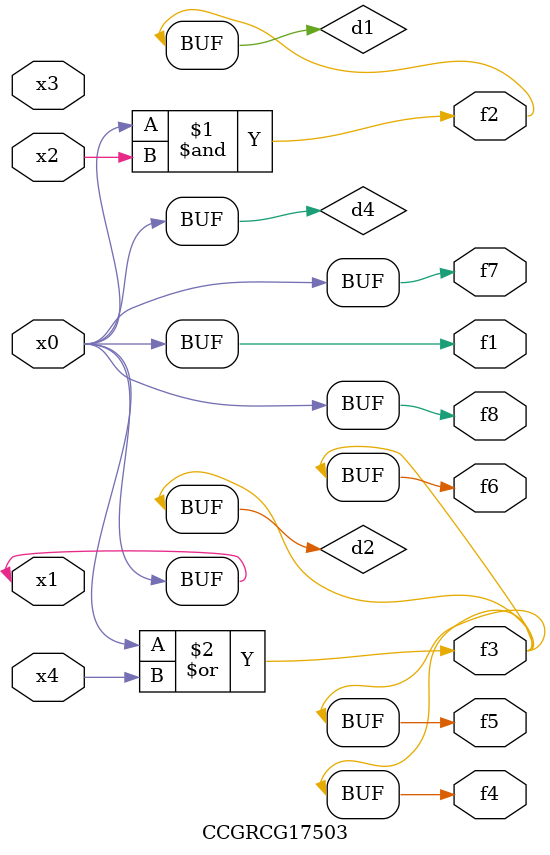
<source format=v>
module CCGRCG17503(
	input x0, x1, x2, x3, x4,
	output f1, f2, f3, f4, f5, f6, f7, f8
);

	wire d1, d2, d3, d4;

	and (d1, x0, x2);
	or (d2, x0, x4);
	nand (d3, x0, x2);
	buf (d4, x0, x1);
	assign f1 = d4;
	assign f2 = d1;
	assign f3 = d2;
	assign f4 = d2;
	assign f5 = d2;
	assign f6 = d2;
	assign f7 = d4;
	assign f8 = d4;
endmodule

</source>
